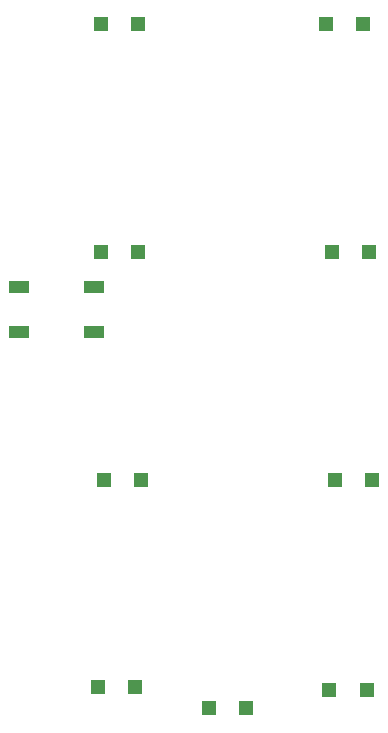
<source format=gbp>
G04 #@! TF.GenerationSoftware,KiCad,Pcbnew,(5.0.1)-3*
G04 #@! TF.CreationDate,2019-12-27T22:22:09+02:00*
G04 #@! TF.ProjectId,8Sticc_2u,3853746963635F32752E6B696361645F,rev?*
G04 #@! TF.SameCoordinates,Original*
G04 #@! TF.FileFunction,Paste,Bot*
G04 #@! TF.FilePolarity,Positive*
%FSLAX46Y46*%
G04 Gerber Fmt 4.6, Leading zero omitted, Abs format (unit mm)*
G04 Created by KiCad (PCBNEW (5.0.1)-3) date 12/27/19 22:22:09*
%MOMM*%
%LPD*%
G01*
G04 APERTURE LIST*
%ADD10R,1.200000X1.200000*%
%ADD11R,1.700000X1.000000*%
G04 APERTURE END LIST*
D10*
G04 #@! TO.C,D8*
X131767750Y-137761750D03*
X128617750Y-137761750D03*
G04 #@! TD*
D11*
G04 #@! TO.C,SW_RST1*
X102353750Y-107403750D03*
X108653750Y-107403750D03*
X102353750Y-103603750D03*
X108653750Y-103603750D03*
G04 #@! TD*
D10*
G04 #@! TO.C,D7*
X109008750Y-137507750D03*
X112158750Y-137507750D03*
G04 #@! TD*
G04 #@! TO.C,D1*
X109262750Y-81373750D03*
X112412750Y-81373750D03*
G04 #@! TD*
G04 #@! TO.C,D2*
X131462750Y-81373750D03*
X128312750Y-81373750D03*
G04 #@! TD*
G04 #@! TO.C,D3*
X109262750Y-100677750D03*
X112412750Y-100677750D03*
G04 #@! TD*
G04 #@! TO.C,D4*
X131970750Y-100677750D03*
X128820750Y-100677750D03*
G04 #@! TD*
G04 #@! TO.C,D5*
X109516750Y-119981750D03*
X112666750Y-119981750D03*
G04 #@! TD*
G04 #@! TO.C,D6*
X132224750Y-119981750D03*
X129074750Y-119981750D03*
G04 #@! TD*
G04 #@! TO.C,D9*
X121556750Y-139285750D03*
X118406750Y-139285750D03*
G04 #@! TD*
M02*

</source>
